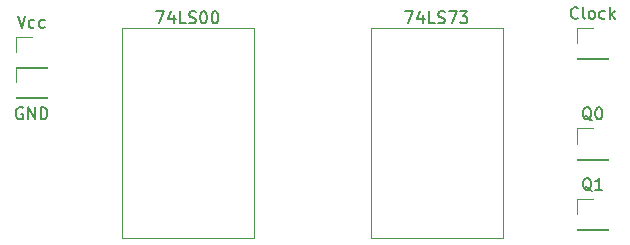
<source format=gto>
%TF.GenerationSoftware,KiCad,Pcbnew,5.1.6*%
%TF.CreationDate,2020-09-24T12:30:59+09:00*%
%TF.ProjectId,circuit-2,63697263-7569-4742-9d32-2e6b69636164,rev?*%
%TF.SameCoordinates,Original*%
%TF.FileFunction,Legend,Top*%
%TF.FilePolarity,Positive*%
%FSLAX46Y46*%
G04 Gerber Fmt 4.6, Leading zero omitted, Abs format (unit mm)*
G04 Created by KiCad (PCBNEW 5.1.6) date 2020-09-24 12:30:59*
%MOMM*%
%LPD*%
G01*
G04 APERTURE LIST*
%ADD10C,0.120000*%
%ADD11C,0.150000*%
G04 APERTURE END LIST*
D10*
%TO.C,Q0*%
X96206000Y-58353000D02*
X98866000Y-58353000D01*
X96206000Y-58293000D02*
X96206000Y-58353000D01*
X98866000Y-58293000D02*
X98866000Y-58353000D01*
X96206000Y-58293000D02*
X98866000Y-58293000D01*
X96206000Y-57023000D02*
X96206000Y-55693000D01*
X96206000Y-55693000D02*
X97536000Y-55693000D01*
%TO.C,Q1*%
X96206000Y-61662000D02*
X97536000Y-61662000D01*
X96206000Y-62992000D02*
X96206000Y-61662000D01*
X96206000Y-64262000D02*
X98866000Y-64262000D01*
X98866000Y-64262000D02*
X98866000Y-64322000D01*
X96206000Y-64262000D02*
X96206000Y-64322000D01*
X96206000Y-64322000D02*
X98866000Y-64322000D01*
%TO.C,74LS73*%
X89916000Y-47244000D02*
X78740000Y-47244000D01*
X89916000Y-65024000D02*
X89916000Y-47244000D01*
X78740000Y-65024000D02*
X89916000Y-65024000D01*
X78740000Y-47244000D02*
X78740000Y-65024000D01*
%TO.C,74LS00*%
X57658000Y-47244000D02*
X57658000Y-65024000D01*
X57658000Y-65024000D02*
X68834000Y-65024000D01*
X68834000Y-65024000D02*
X68834000Y-47244000D01*
X68834000Y-47244000D02*
X57658000Y-47244000D01*
%TO.C,Vcc*%
X48708000Y-50606000D02*
X51368000Y-50606000D01*
X48708000Y-50546000D02*
X48708000Y-50606000D01*
X51368000Y-50546000D02*
X51368000Y-50606000D01*
X48708000Y-50546000D02*
X51368000Y-50546000D01*
X48708000Y-49276000D02*
X48708000Y-47946000D01*
X48708000Y-47946000D02*
X50038000Y-47946000D01*
%TO.C,Clock*%
X96206000Y-47184000D02*
X97536000Y-47184000D01*
X96206000Y-48514000D02*
X96206000Y-47184000D01*
X96206000Y-49784000D02*
X98866000Y-49784000D01*
X98866000Y-49784000D02*
X98866000Y-49844000D01*
X96206000Y-49784000D02*
X96206000Y-49844000D01*
X96206000Y-49844000D02*
X98866000Y-49844000D01*
%TO.C,GND*%
X48708000Y-50486000D02*
X50038000Y-50486000D01*
X48708000Y-51816000D02*
X48708000Y-50486000D01*
X48708000Y-53086000D02*
X51368000Y-53086000D01*
X51368000Y-53086000D02*
X51368000Y-53146000D01*
X48708000Y-53086000D02*
X48708000Y-53146000D01*
X48708000Y-53146000D02*
X51368000Y-53146000D01*
%TO.C,Q0*%
D11*
X97440761Y-55030619D02*
X97345523Y-54983000D01*
X97250285Y-54887761D01*
X97107428Y-54744904D01*
X97012190Y-54697285D01*
X96916952Y-54697285D01*
X96964571Y-54935380D02*
X96869333Y-54887761D01*
X96774095Y-54792523D01*
X96726476Y-54602047D01*
X96726476Y-54268714D01*
X96774095Y-54078238D01*
X96869333Y-53983000D01*
X96964571Y-53935380D01*
X97155047Y-53935380D01*
X97250285Y-53983000D01*
X97345523Y-54078238D01*
X97393142Y-54268714D01*
X97393142Y-54602047D01*
X97345523Y-54792523D01*
X97250285Y-54887761D01*
X97155047Y-54935380D01*
X96964571Y-54935380D01*
X98012190Y-53935380D02*
X98107428Y-53935380D01*
X98202666Y-53983000D01*
X98250285Y-54030619D01*
X98297904Y-54125857D01*
X98345523Y-54316333D01*
X98345523Y-54554428D01*
X98297904Y-54744904D01*
X98250285Y-54840142D01*
X98202666Y-54887761D01*
X98107428Y-54935380D01*
X98012190Y-54935380D01*
X97916952Y-54887761D01*
X97869333Y-54840142D01*
X97821714Y-54744904D01*
X97774095Y-54554428D01*
X97774095Y-54316333D01*
X97821714Y-54125857D01*
X97869333Y-54030619D01*
X97916952Y-53983000D01*
X98012190Y-53935380D01*
%TO.C,Q1*%
X97440761Y-60999619D02*
X97345523Y-60952000D01*
X97250285Y-60856761D01*
X97107428Y-60713904D01*
X97012190Y-60666285D01*
X96916952Y-60666285D01*
X96964571Y-60904380D02*
X96869333Y-60856761D01*
X96774095Y-60761523D01*
X96726476Y-60571047D01*
X96726476Y-60237714D01*
X96774095Y-60047238D01*
X96869333Y-59952000D01*
X96964571Y-59904380D01*
X97155047Y-59904380D01*
X97250285Y-59952000D01*
X97345523Y-60047238D01*
X97393142Y-60237714D01*
X97393142Y-60571047D01*
X97345523Y-60761523D01*
X97250285Y-60856761D01*
X97155047Y-60904380D01*
X96964571Y-60904380D01*
X98345523Y-60904380D02*
X97774095Y-60904380D01*
X98059809Y-60904380D02*
X98059809Y-59904380D01*
X97964571Y-60047238D01*
X97869333Y-60142476D01*
X97774095Y-60190095D01*
%TO.C,74LS73*%
X81685142Y-45807380D02*
X82351809Y-45807380D01*
X81923238Y-46807380D01*
X83161333Y-46140714D02*
X83161333Y-46807380D01*
X82923238Y-45759761D02*
X82685142Y-46474047D01*
X83304190Y-46474047D01*
X84161333Y-46807380D02*
X83685142Y-46807380D01*
X83685142Y-45807380D01*
X84447047Y-46759761D02*
X84589904Y-46807380D01*
X84828000Y-46807380D01*
X84923238Y-46759761D01*
X84970857Y-46712142D01*
X85018476Y-46616904D01*
X85018476Y-46521666D01*
X84970857Y-46426428D01*
X84923238Y-46378809D01*
X84828000Y-46331190D01*
X84637523Y-46283571D01*
X84542285Y-46235952D01*
X84494666Y-46188333D01*
X84447047Y-46093095D01*
X84447047Y-45997857D01*
X84494666Y-45902619D01*
X84542285Y-45855000D01*
X84637523Y-45807380D01*
X84875619Y-45807380D01*
X85018476Y-45855000D01*
X85351809Y-45807380D02*
X86018476Y-45807380D01*
X85589904Y-46807380D01*
X86304190Y-45807380D02*
X86923238Y-45807380D01*
X86589904Y-46188333D01*
X86732761Y-46188333D01*
X86828000Y-46235952D01*
X86875619Y-46283571D01*
X86923238Y-46378809D01*
X86923238Y-46616904D01*
X86875619Y-46712142D01*
X86828000Y-46759761D01*
X86732761Y-46807380D01*
X86447047Y-46807380D01*
X86351809Y-46759761D01*
X86304190Y-46712142D01*
%TO.C,74LS00*%
X60603142Y-45807380D02*
X61269809Y-45807380D01*
X60841238Y-46807380D01*
X62079333Y-46140714D02*
X62079333Y-46807380D01*
X61841238Y-45759761D02*
X61603142Y-46474047D01*
X62222190Y-46474047D01*
X63079333Y-46807380D02*
X62603142Y-46807380D01*
X62603142Y-45807380D01*
X63365047Y-46759761D02*
X63507904Y-46807380D01*
X63746000Y-46807380D01*
X63841238Y-46759761D01*
X63888857Y-46712142D01*
X63936476Y-46616904D01*
X63936476Y-46521666D01*
X63888857Y-46426428D01*
X63841238Y-46378809D01*
X63746000Y-46331190D01*
X63555523Y-46283571D01*
X63460285Y-46235952D01*
X63412666Y-46188333D01*
X63365047Y-46093095D01*
X63365047Y-45997857D01*
X63412666Y-45902619D01*
X63460285Y-45855000D01*
X63555523Y-45807380D01*
X63793619Y-45807380D01*
X63936476Y-45855000D01*
X64555523Y-45807380D02*
X64650761Y-45807380D01*
X64746000Y-45855000D01*
X64793619Y-45902619D01*
X64841238Y-45997857D01*
X64888857Y-46188333D01*
X64888857Y-46426428D01*
X64841238Y-46616904D01*
X64793619Y-46712142D01*
X64746000Y-46759761D01*
X64650761Y-46807380D01*
X64555523Y-46807380D01*
X64460285Y-46759761D01*
X64412666Y-46712142D01*
X64365047Y-46616904D01*
X64317428Y-46426428D01*
X64317428Y-46188333D01*
X64365047Y-45997857D01*
X64412666Y-45902619D01*
X64460285Y-45855000D01*
X64555523Y-45807380D01*
X65507904Y-45807380D02*
X65603142Y-45807380D01*
X65698380Y-45855000D01*
X65746000Y-45902619D01*
X65793619Y-45997857D01*
X65841238Y-46188333D01*
X65841238Y-46426428D01*
X65793619Y-46616904D01*
X65746000Y-46712142D01*
X65698380Y-46759761D01*
X65603142Y-46807380D01*
X65507904Y-46807380D01*
X65412666Y-46759761D01*
X65365047Y-46712142D01*
X65317428Y-46616904D01*
X65269809Y-46426428D01*
X65269809Y-46188333D01*
X65317428Y-45997857D01*
X65365047Y-45902619D01*
X65412666Y-45855000D01*
X65507904Y-45807380D01*
%TO.C,Vcc*%
X48847523Y-46188380D02*
X49180857Y-47188380D01*
X49514190Y-46188380D01*
X50276095Y-47140761D02*
X50180857Y-47188380D01*
X49990380Y-47188380D01*
X49895142Y-47140761D01*
X49847523Y-47093142D01*
X49799904Y-46997904D01*
X49799904Y-46712190D01*
X49847523Y-46616952D01*
X49895142Y-46569333D01*
X49990380Y-46521714D01*
X50180857Y-46521714D01*
X50276095Y-46569333D01*
X51133238Y-47140761D02*
X51038000Y-47188380D01*
X50847523Y-47188380D01*
X50752285Y-47140761D01*
X50704666Y-47093142D01*
X50657047Y-46997904D01*
X50657047Y-46712190D01*
X50704666Y-46616952D01*
X50752285Y-46569333D01*
X50847523Y-46521714D01*
X51038000Y-46521714D01*
X51133238Y-46569333D01*
%TO.C,Clock*%
X96297904Y-46331142D02*
X96250285Y-46378761D01*
X96107428Y-46426380D01*
X96012190Y-46426380D01*
X95869333Y-46378761D01*
X95774095Y-46283523D01*
X95726476Y-46188285D01*
X95678857Y-45997809D01*
X95678857Y-45854952D01*
X95726476Y-45664476D01*
X95774095Y-45569238D01*
X95869333Y-45474000D01*
X96012190Y-45426380D01*
X96107428Y-45426380D01*
X96250285Y-45474000D01*
X96297904Y-45521619D01*
X96869333Y-46426380D02*
X96774095Y-46378761D01*
X96726476Y-46283523D01*
X96726476Y-45426380D01*
X97393142Y-46426380D02*
X97297904Y-46378761D01*
X97250285Y-46331142D01*
X97202666Y-46235904D01*
X97202666Y-45950190D01*
X97250285Y-45854952D01*
X97297904Y-45807333D01*
X97393142Y-45759714D01*
X97536000Y-45759714D01*
X97631238Y-45807333D01*
X97678857Y-45854952D01*
X97726476Y-45950190D01*
X97726476Y-46235904D01*
X97678857Y-46331142D01*
X97631238Y-46378761D01*
X97536000Y-46426380D01*
X97393142Y-46426380D01*
X98583619Y-46378761D02*
X98488380Y-46426380D01*
X98297904Y-46426380D01*
X98202666Y-46378761D01*
X98155047Y-46331142D01*
X98107428Y-46235904D01*
X98107428Y-45950190D01*
X98155047Y-45854952D01*
X98202666Y-45807333D01*
X98297904Y-45759714D01*
X98488380Y-45759714D01*
X98583619Y-45807333D01*
X99012190Y-46426380D02*
X99012190Y-45426380D01*
X99107428Y-46045428D02*
X99393142Y-46426380D01*
X99393142Y-45759714D02*
X99012190Y-46140666D01*
%TO.C,GND*%
X49276095Y-53983000D02*
X49180857Y-53935380D01*
X49038000Y-53935380D01*
X48895142Y-53983000D01*
X48799904Y-54078238D01*
X48752285Y-54173476D01*
X48704666Y-54363952D01*
X48704666Y-54506809D01*
X48752285Y-54697285D01*
X48799904Y-54792523D01*
X48895142Y-54887761D01*
X49038000Y-54935380D01*
X49133238Y-54935380D01*
X49276095Y-54887761D01*
X49323714Y-54840142D01*
X49323714Y-54506809D01*
X49133238Y-54506809D01*
X49752285Y-54935380D02*
X49752285Y-53935380D01*
X50323714Y-54935380D01*
X50323714Y-53935380D01*
X50799904Y-54935380D02*
X50799904Y-53935380D01*
X51038000Y-53935380D01*
X51180857Y-53983000D01*
X51276095Y-54078238D01*
X51323714Y-54173476D01*
X51371333Y-54363952D01*
X51371333Y-54506809D01*
X51323714Y-54697285D01*
X51276095Y-54792523D01*
X51180857Y-54887761D01*
X51038000Y-54935380D01*
X50799904Y-54935380D01*
%TD*%
M02*

</source>
